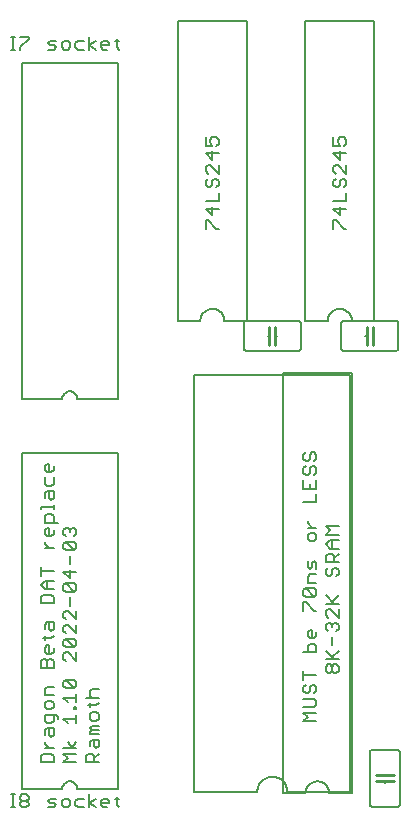
<source format=gto>
G75*
%MOIN*%
%OFA0B0*%
%FSLAX24Y24*%
%IPPOS*%
%LPD*%
%AMOC8*
5,1,8,0,0,1.08239X$1,22.5*
%
%ADD10C,0.0080*%
%ADD11C,0.0060*%
%ADD12C,0.0100*%
D10*
X001140Y000573D02*
X001280Y000573D01*
X001210Y000573D02*
X001210Y000994D01*
X001140Y000994D02*
X001280Y000994D01*
X001447Y000924D02*
X001447Y000854D01*
X001517Y000784D01*
X001657Y000784D01*
X001727Y000713D01*
X001727Y000643D01*
X001657Y000573D01*
X001517Y000573D01*
X001447Y000643D01*
X001447Y000713D01*
X001517Y000784D01*
X001657Y000784D02*
X001727Y000854D01*
X001727Y000924D01*
X001657Y000994D01*
X001517Y000994D01*
X001447Y000924D01*
X002140Y002073D02*
X002140Y002284D01*
X002210Y002354D01*
X002490Y002354D01*
X002560Y002284D01*
X002560Y002073D01*
X002140Y002073D01*
X002280Y002534D02*
X002560Y002534D01*
X002420Y002534D02*
X002280Y002674D01*
X002280Y002744D01*
X002280Y002987D02*
X002280Y003128D01*
X002350Y003198D01*
X002560Y003198D01*
X002560Y002987D01*
X002490Y002917D01*
X002420Y002987D01*
X002420Y003198D01*
X002350Y003378D02*
X002490Y003378D01*
X002560Y003448D01*
X002560Y003658D01*
X002630Y003658D02*
X002280Y003658D01*
X002280Y003448D01*
X002350Y003378D01*
X002700Y003518D02*
X002700Y003588D01*
X002630Y003658D01*
X002490Y003838D02*
X002560Y003908D01*
X002560Y004048D01*
X002490Y004118D01*
X002350Y004118D01*
X002280Y004048D01*
X002280Y003908D01*
X002350Y003838D01*
X002490Y003838D01*
X002560Y004299D02*
X002280Y004299D01*
X002280Y004509D01*
X002350Y004579D01*
X002560Y004579D01*
X002890Y004599D02*
X002890Y004739D01*
X002960Y004809D01*
X003240Y004529D01*
X003310Y004599D01*
X003310Y004739D01*
X003240Y004809D01*
X002960Y004809D01*
X002890Y004599D02*
X002960Y004529D01*
X003240Y004529D01*
X003310Y004349D02*
X003310Y004068D01*
X003310Y004208D02*
X002890Y004208D01*
X003030Y004068D01*
X003240Y003908D02*
X003310Y003908D01*
X003310Y003838D01*
X003240Y003838D01*
X003240Y003908D01*
X003310Y003658D02*
X003310Y003378D01*
X003310Y003518D02*
X002890Y003518D01*
X003030Y003378D01*
X003030Y002744D02*
X003170Y002534D01*
X003310Y002744D01*
X003310Y002534D02*
X002890Y002534D01*
X002890Y002354D02*
X003310Y002354D01*
X003310Y002073D02*
X002890Y002073D01*
X003030Y002213D01*
X002890Y002354D01*
X003640Y002284D02*
X003640Y002073D01*
X004060Y002073D01*
X003920Y002073D02*
X003920Y002284D01*
X003850Y002354D01*
X003710Y002354D01*
X003640Y002284D01*
X003780Y002604D02*
X003780Y002744D01*
X003850Y002814D01*
X004060Y002814D01*
X004060Y002604D01*
X003990Y002534D01*
X003920Y002604D01*
X003920Y002814D01*
X004060Y002994D02*
X003780Y002994D01*
X003780Y003064D01*
X003850Y003134D01*
X003780Y003204D01*
X003850Y003274D01*
X004060Y003274D01*
X004060Y003134D02*
X003850Y003134D01*
X003850Y003455D02*
X003780Y003525D01*
X003780Y003665D01*
X003850Y003735D01*
X003990Y003735D01*
X004060Y003665D01*
X004060Y003525D01*
X003990Y003455D01*
X003850Y003455D01*
X003780Y003915D02*
X003780Y004055D01*
X003710Y003985D02*
X003990Y003985D01*
X004060Y004055D01*
X004060Y004222D02*
X003640Y004222D01*
X003780Y004292D02*
X003780Y004432D01*
X003850Y004502D01*
X004060Y004502D01*
X003850Y004222D02*
X003780Y004292D01*
X003310Y005450D02*
X003030Y005730D01*
X002960Y005730D01*
X002890Y005660D01*
X002890Y005520D01*
X002960Y005450D01*
X003310Y005450D02*
X003310Y005730D01*
X003240Y005910D02*
X002960Y006190D01*
X003240Y006190D01*
X003310Y006120D01*
X003310Y005980D01*
X003240Y005910D01*
X002960Y005910D01*
X002890Y005980D01*
X002890Y006120D01*
X002960Y006190D01*
X002960Y006370D02*
X002890Y006440D01*
X002890Y006581D01*
X002960Y006651D01*
X003030Y006651D01*
X003310Y006370D01*
X003310Y006651D01*
X003310Y006831D02*
X003030Y007111D01*
X002960Y007111D01*
X002890Y007041D01*
X002890Y006901D01*
X002960Y006831D01*
X003100Y007291D02*
X003100Y007571D01*
X003240Y007752D02*
X002960Y007752D01*
X002890Y007822D01*
X002890Y007962D01*
X002960Y008032D01*
X003240Y007752D01*
X003310Y007822D01*
X003310Y007962D01*
X003240Y008032D01*
X002960Y008032D01*
X003100Y008212D02*
X002890Y008422D01*
X003310Y008422D01*
X003100Y008492D02*
X003100Y008212D01*
X003100Y008672D02*
X003100Y008953D01*
X003240Y009133D02*
X002960Y009133D01*
X002890Y009203D01*
X002890Y009343D01*
X002960Y009413D01*
X003240Y009133D01*
X003310Y009203D01*
X003310Y009343D01*
X003240Y009413D01*
X002960Y009413D01*
X002960Y009593D02*
X002890Y009663D01*
X002890Y009803D01*
X002960Y009873D01*
X003030Y009873D01*
X003100Y009803D01*
X003170Y009873D01*
X003240Y009873D01*
X003310Y009803D01*
X003310Y009663D01*
X003240Y009593D01*
X003100Y009733D02*
X003100Y009803D01*
X002700Y010053D02*
X002280Y010053D01*
X002280Y010264D01*
X002350Y010334D01*
X002490Y010334D01*
X002560Y010264D01*
X002560Y010053D01*
X002420Y009873D02*
X002420Y009593D01*
X002490Y009593D02*
X002350Y009593D01*
X002280Y009663D01*
X002280Y009803D01*
X002350Y009873D01*
X002420Y009873D01*
X002560Y009803D02*
X002560Y009663D01*
X002490Y009593D01*
X002280Y009420D02*
X002280Y009350D01*
X002420Y009209D01*
X002560Y009209D02*
X002280Y009209D01*
X002140Y008569D02*
X002140Y008289D01*
X002140Y008429D02*
X002560Y008429D01*
X002560Y008108D02*
X002280Y008108D01*
X002140Y007968D01*
X002280Y007828D01*
X002560Y007828D01*
X002490Y007648D02*
X002210Y007648D01*
X002140Y007578D01*
X002140Y007368D01*
X002560Y007368D01*
X002560Y007578D01*
X002490Y007648D01*
X002350Y007828D02*
X002350Y008108D01*
X002350Y006727D02*
X002560Y006727D01*
X002560Y006517D01*
X002490Y006447D01*
X002420Y006517D01*
X002420Y006727D01*
X002350Y006727D02*
X002280Y006657D01*
X002280Y006517D01*
X002280Y006280D02*
X002280Y006140D01*
X002210Y006210D02*
X002490Y006210D01*
X002560Y006280D01*
X002420Y005960D02*
X002420Y005680D01*
X002490Y005680D02*
X002350Y005680D01*
X002280Y005750D01*
X002280Y005890D01*
X002350Y005960D01*
X002420Y005960D01*
X002560Y005890D02*
X002560Y005750D01*
X002490Y005680D01*
X002490Y005500D02*
X002560Y005430D01*
X002560Y005219D01*
X002140Y005219D01*
X002140Y005430D01*
X002210Y005500D01*
X002280Y005500D01*
X002350Y005430D01*
X002350Y005219D01*
X002350Y005430D02*
X002420Y005500D01*
X002490Y005500D01*
X003310Y006831D02*
X003310Y007111D01*
X002560Y010514D02*
X002560Y010654D01*
X002560Y010584D02*
X002140Y010584D01*
X002140Y010514D01*
X002280Y010891D02*
X002280Y011031D01*
X002350Y011101D01*
X002560Y011101D01*
X002560Y010891D01*
X002490Y010821D01*
X002420Y010891D01*
X002420Y011101D01*
X002350Y011281D02*
X002490Y011281D01*
X002560Y011351D01*
X002560Y011561D01*
X002490Y011742D02*
X002350Y011742D01*
X002280Y011812D01*
X002280Y011952D01*
X002350Y012022D01*
X002420Y012022D01*
X002420Y011742D01*
X002490Y011742D02*
X002560Y011812D01*
X002560Y011952D01*
X002280Y011561D02*
X002280Y011351D01*
X002350Y011281D01*
X004060Y002354D02*
X003920Y002213D01*
X003749Y000994D02*
X003749Y000573D01*
X003749Y000713D02*
X003959Y000854D01*
X004133Y000784D02*
X004203Y000854D01*
X004343Y000854D01*
X004413Y000784D01*
X004413Y000713D01*
X004133Y000713D01*
X004133Y000643D02*
X004133Y000784D01*
X004133Y000643D02*
X004203Y000573D01*
X004343Y000573D01*
X004663Y000643D02*
X004733Y000573D01*
X004663Y000643D02*
X004663Y000924D01*
X004593Y000854D02*
X004733Y000854D01*
X003959Y000573D02*
X003749Y000713D01*
X003569Y000573D02*
X003359Y000573D01*
X003288Y000643D01*
X003288Y000784D01*
X003359Y000854D01*
X003569Y000854D01*
X003108Y000784D02*
X003038Y000854D01*
X002898Y000854D01*
X002828Y000784D01*
X002828Y000643D01*
X002898Y000573D01*
X003038Y000573D01*
X003108Y000643D01*
X003108Y000784D01*
X002648Y000854D02*
X002438Y000854D01*
X002368Y000784D01*
X002438Y000713D01*
X002578Y000713D01*
X002648Y000643D01*
X002578Y000573D01*
X002368Y000573D01*
X010890Y003442D02*
X011030Y003582D01*
X010890Y003722D01*
X011310Y003722D01*
X011240Y003903D02*
X011310Y003973D01*
X011310Y004113D01*
X011240Y004183D01*
X010890Y004183D01*
X010960Y004363D02*
X010890Y004433D01*
X010890Y004573D01*
X010960Y004643D01*
X011100Y004573D02*
X011170Y004643D01*
X011240Y004643D01*
X011310Y004573D01*
X011310Y004433D01*
X011240Y004363D01*
X011100Y004433D02*
X011100Y004573D01*
X011100Y004433D02*
X011030Y004363D01*
X010960Y004363D01*
X010890Y004823D02*
X010890Y005104D01*
X010890Y004963D02*
X011310Y004963D01*
X011640Y005119D02*
X011640Y005259D01*
X011710Y005329D01*
X011780Y005329D01*
X011850Y005259D01*
X011850Y005119D01*
X011780Y005049D01*
X011710Y005049D01*
X011640Y005119D01*
X011850Y005119D02*
X011920Y005049D01*
X011990Y005049D01*
X012060Y005119D01*
X012060Y005259D01*
X011990Y005329D01*
X011920Y005329D01*
X011850Y005259D01*
X011920Y005509D02*
X011640Y005789D01*
X011640Y005509D02*
X012060Y005509D01*
X011850Y005579D02*
X012060Y005789D01*
X011850Y005969D02*
X011850Y006250D01*
X011990Y006430D02*
X012060Y006500D01*
X012060Y006640D01*
X011990Y006710D01*
X011920Y006710D01*
X011850Y006640D01*
X011850Y006570D01*
X011850Y006640D02*
X011780Y006710D01*
X011710Y006710D01*
X011640Y006640D01*
X011640Y006500D01*
X011710Y006430D01*
X011710Y006890D02*
X011640Y006960D01*
X011640Y007100D01*
X011710Y007170D01*
X011780Y007170D01*
X012060Y006890D01*
X012060Y007170D01*
X012060Y007351D02*
X011640Y007351D01*
X011920Y007351D02*
X011640Y007631D01*
X011850Y007421D02*
X012060Y007631D01*
X011990Y008271D02*
X012060Y008341D01*
X012060Y008482D01*
X011990Y008552D01*
X011920Y008552D01*
X011850Y008482D01*
X011850Y008341D01*
X011780Y008271D01*
X011710Y008271D01*
X011640Y008341D01*
X011640Y008482D01*
X011710Y008552D01*
X011640Y008732D02*
X011640Y008942D01*
X011710Y009012D01*
X011850Y009012D01*
X011920Y008942D01*
X011920Y008732D01*
X011920Y008872D02*
X012060Y009012D01*
X012060Y009192D02*
X011780Y009192D01*
X011640Y009332D01*
X011780Y009472D01*
X012060Y009472D01*
X012060Y009653D02*
X011640Y009653D01*
X011780Y009793D01*
X011640Y009933D01*
X012060Y009933D01*
X011850Y009472D02*
X011850Y009192D01*
X012060Y008732D02*
X011640Y008732D01*
X011310Y008717D02*
X011240Y008787D01*
X011170Y008717D01*
X011170Y008577D01*
X011100Y008507D01*
X011030Y008577D01*
X011030Y008787D01*
X011310Y008717D02*
X011310Y008507D01*
X011310Y008326D02*
X011100Y008326D01*
X011030Y008256D01*
X011030Y008046D01*
X011310Y008046D01*
X011240Y007866D02*
X011310Y007796D01*
X011310Y007656D01*
X011240Y007586D01*
X010960Y007866D01*
X011240Y007866D01*
X011240Y007586D02*
X010960Y007586D01*
X010890Y007656D01*
X010890Y007796D01*
X010960Y007866D01*
X010960Y007406D02*
X010890Y007406D01*
X010890Y007125D01*
X010960Y007406D02*
X011240Y007125D01*
X011310Y007125D01*
X011170Y006485D02*
X011170Y006205D01*
X011240Y006205D02*
X011100Y006205D01*
X011030Y006275D01*
X011030Y006415D01*
X011100Y006485D01*
X011170Y006485D01*
X011310Y006415D02*
X011310Y006275D01*
X011240Y006205D01*
X011240Y006024D02*
X011100Y006024D01*
X011030Y005954D01*
X011030Y005744D01*
X010890Y005744D02*
X011310Y005744D01*
X011310Y005954D01*
X011240Y006024D01*
X011240Y003903D02*
X010890Y003903D01*
X010890Y003442D02*
X011310Y003442D01*
X011240Y009427D02*
X011310Y009497D01*
X011310Y009637D01*
X011240Y009708D01*
X011100Y009708D01*
X011030Y009637D01*
X011030Y009497D01*
X011100Y009427D01*
X011240Y009427D01*
X011310Y009888D02*
X011030Y009888D01*
X011030Y010028D02*
X011030Y010098D01*
X011030Y010028D02*
X011170Y009888D01*
X011310Y010732D02*
X010890Y010732D01*
X010890Y011192D02*
X011310Y011192D01*
X011310Y011472D01*
X011240Y011653D02*
X011310Y011723D01*
X011310Y011863D01*
X011240Y011933D01*
X011170Y011933D01*
X011100Y011863D01*
X011100Y011723D01*
X011030Y011653D01*
X010960Y011653D01*
X010890Y011723D01*
X010890Y011863D01*
X010960Y011933D01*
X010960Y012113D02*
X010890Y012183D01*
X010890Y012323D01*
X010960Y012393D01*
X011100Y012323D02*
X011100Y012183D01*
X011030Y012113D01*
X010960Y012113D01*
X011100Y012323D02*
X011170Y012393D01*
X011240Y012393D01*
X011310Y012323D01*
X011310Y012183D01*
X011240Y012113D01*
X010890Y011472D02*
X010890Y011192D01*
X011100Y011192D02*
X011100Y011332D01*
X011310Y011012D02*
X011310Y010732D01*
X011890Y019851D02*
X011890Y020131D01*
X011960Y020131D01*
X012240Y019851D01*
X012310Y019851D01*
X012100Y020311D02*
X012100Y020591D01*
X012310Y020521D02*
X011890Y020521D01*
X012100Y020311D01*
X011890Y020771D02*
X012310Y020771D01*
X012310Y021052D01*
X012240Y021232D02*
X012310Y021302D01*
X012310Y021442D01*
X012240Y021512D01*
X012170Y021512D01*
X012100Y021442D01*
X012100Y021302D01*
X012030Y021232D01*
X011960Y021232D01*
X011890Y021302D01*
X011890Y021442D01*
X011960Y021512D01*
X011960Y021692D02*
X011890Y021762D01*
X011890Y021902D01*
X011960Y021972D01*
X012030Y021972D01*
X012310Y021692D01*
X012310Y021972D01*
X012100Y022153D02*
X012100Y022433D01*
X012100Y022613D02*
X012030Y022753D01*
X012030Y022823D01*
X012100Y022893D01*
X012240Y022893D01*
X012310Y022823D01*
X012310Y022683D01*
X012240Y022613D01*
X012100Y022613D02*
X011890Y022613D01*
X011890Y022893D01*
X011890Y022363D02*
X012100Y022153D01*
X012310Y022363D02*
X011890Y022363D01*
X008060Y022363D02*
X007640Y022363D01*
X007850Y022153D01*
X007850Y022433D01*
X007850Y022613D02*
X007780Y022753D01*
X007780Y022823D01*
X007850Y022893D01*
X007990Y022893D01*
X008060Y022823D01*
X008060Y022683D01*
X007990Y022613D01*
X007850Y022613D02*
X007640Y022613D01*
X007640Y022893D01*
X007710Y021972D02*
X007640Y021902D01*
X007640Y021762D01*
X007710Y021692D01*
X007710Y021512D02*
X007640Y021442D01*
X007640Y021302D01*
X007710Y021232D01*
X007780Y021232D01*
X007850Y021302D01*
X007850Y021442D01*
X007920Y021512D01*
X007990Y021512D01*
X008060Y021442D01*
X008060Y021302D01*
X007990Y021232D01*
X008060Y021052D02*
X008060Y020771D01*
X007640Y020771D01*
X007640Y020521D02*
X007850Y020311D01*
X007850Y020591D01*
X008060Y020521D02*
X007640Y020521D01*
X007640Y020131D02*
X007710Y020131D01*
X007990Y019851D01*
X008060Y019851D01*
X007640Y019851D02*
X007640Y020131D01*
X008060Y021692D02*
X007780Y021972D01*
X007710Y021972D01*
X008060Y021972D02*
X008060Y021692D01*
X004733Y025823D02*
X004663Y025893D01*
X004663Y026174D01*
X004593Y026104D02*
X004733Y026104D01*
X004413Y026034D02*
X004413Y025963D01*
X004133Y025963D01*
X004133Y025893D02*
X004133Y026034D01*
X004203Y026104D01*
X004343Y026104D01*
X004413Y026034D01*
X004343Y025823D02*
X004203Y025823D01*
X004133Y025893D01*
X003959Y025823D02*
X003749Y025963D01*
X003959Y026104D01*
X003749Y026244D02*
X003749Y025823D01*
X003569Y025823D02*
X003359Y025823D01*
X003288Y025893D01*
X003288Y026034D01*
X003359Y026104D01*
X003569Y026104D01*
X003108Y026034D02*
X003038Y026104D01*
X002898Y026104D01*
X002828Y026034D01*
X002828Y025893D01*
X002898Y025823D01*
X003038Y025823D01*
X003108Y025893D01*
X003108Y026034D01*
X002648Y026104D02*
X002438Y026104D01*
X002368Y026034D01*
X002438Y025963D01*
X002578Y025963D01*
X002648Y025893D01*
X002578Y025823D01*
X002368Y025823D01*
X001727Y026174D02*
X001447Y025893D01*
X001447Y025823D01*
X001280Y025823D02*
X001140Y025823D01*
X001210Y025823D02*
X001210Y026244D01*
X001140Y026244D02*
X001280Y026244D01*
X001447Y026244D02*
X001727Y026244D01*
X001727Y026174D01*
D11*
X001500Y025383D02*
X001500Y014183D01*
X002850Y014183D01*
X002852Y014213D01*
X002857Y014243D01*
X002866Y014272D01*
X002879Y014299D01*
X002894Y014325D01*
X002913Y014349D01*
X002934Y014370D01*
X002958Y014389D01*
X002984Y014404D01*
X003011Y014417D01*
X003040Y014426D01*
X003070Y014431D01*
X003100Y014433D01*
X003130Y014431D01*
X003160Y014426D01*
X003189Y014417D01*
X003216Y014404D01*
X003242Y014389D01*
X003266Y014370D01*
X003287Y014349D01*
X003306Y014325D01*
X003321Y014299D01*
X003334Y014272D01*
X003343Y014243D01*
X003348Y014213D01*
X003350Y014183D01*
X004700Y014183D01*
X004700Y025383D01*
X001500Y025383D01*
X006700Y026783D02*
X006700Y016783D01*
X007450Y016783D01*
X007452Y016822D01*
X007458Y016861D01*
X007467Y016899D01*
X007480Y016936D01*
X007497Y016972D01*
X007517Y017005D01*
X007541Y017037D01*
X007567Y017066D01*
X007596Y017092D01*
X007628Y017116D01*
X007661Y017136D01*
X007697Y017153D01*
X007734Y017166D01*
X007772Y017175D01*
X007811Y017181D01*
X007850Y017183D01*
X007889Y017181D01*
X007928Y017175D01*
X007966Y017166D01*
X008003Y017153D01*
X008039Y017136D01*
X008072Y017116D01*
X008104Y017092D01*
X008133Y017066D01*
X008159Y017037D01*
X008183Y017005D01*
X008203Y016972D01*
X008220Y016936D01*
X008233Y016899D01*
X008242Y016861D01*
X008248Y016822D01*
X008250Y016783D01*
X009000Y016783D01*
X009000Y026783D01*
X006700Y026783D01*
X010950Y026783D02*
X013250Y026783D01*
X013250Y016783D01*
X012500Y016783D01*
X012250Y016783D02*
X013950Y016783D01*
X013967Y016781D01*
X013984Y016777D01*
X014000Y016770D01*
X014014Y016760D01*
X014027Y016747D01*
X014037Y016733D01*
X014044Y016717D01*
X014048Y016700D01*
X014050Y016683D01*
X014050Y015883D01*
X014048Y015866D01*
X014044Y015849D01*
X014037Y015833D01*
X014027Y015819D01*
X014014Y015806D01*
X014000Y015796D01*
X013984Y015789D01*
X013967Y015785D01*
X013950Y015783D01*
X012250Y015783D01*
X012233Y015785D01*
X012216Y015789D01*
X012200Y015796D01*
X012186Y015806D01*
X012173Y015819D01*
X012163Y015833D01*
X012156Y015849D01*
X012152Y015866D01*
X012150Y015883D01*
X012150Y016683D01*
X012152Y016700D01*
X012156Y016717D01*
X012163Y016733D01*
X012173Y016747D01*
X012186Y016760D01*
X012200Y016770D01*
X012216Y016777D01*
X012233Y016781D01*
X012250Y016783D01*
X012500Y016783D02*
X012498Y016822D01*
X012492Y016861D01*
X012483Y016899D01*
X012470Y016936D01*
X012453Y016972D01*
X012433Y017005D01*
X012409Y017037D01*
X012383Y017066D01*
X012354Y017092D01*
X012322Y017116D01*
X012289Y017136D01*
X012253Y017153D01*
X012216Y017166D01*
X012178Y017175D01*
X012139Y017181D01*
X012100Y017183D01*
X012061Y017181D01*
X012022Y017175D01*
X011984Y017166D01*
X011947Y017153D01*
X011911Y017136D01*
X011878Y017116D01*
X011846Y017092D01*
X011817Y017066D01*
X011791Y017037D01*
X011767Y017005D01*
X011747Y016972D01*
X011730Y016936D01*
X011717Y016899D01*
X011708Y016861D01*
X011702Y016822D01*
X011700Y016783D01*
X010950Y016783D01*
X010950Y026783D01*
X010700Y016783D02*
X009000Y016783D01*
X008983Y016781D01*
X008966Y016777D01*
X008950Y016770D01*
X008936Y016760D01*
X008923Y016747D01*
X008913Y016733D01*
X008906Y016717D01*
X008902Y016700D01*
X008900Y016683D01*
X008900Y015883D01*
X008902Y015866D01*
X008906Y015849D01*
X008913Y015833D01*
X008923Y015819D01*
X008936Y015806D01*
X008950Y015796D01*
X008966Y015789D01*
X008983Y015785D01*
X009000Y015783D01*
X010700Y015783D01*
X010717Y015785D01*
X010734Y015789D01*
X010750Y015796D01*
X010764Y015806D01*
X010777Y015819D01*
X010787Y015833D01*
X010794Y015849D01*
X010798Y015866D01*
X010800Y015883D01*
X010800Y016683D01*
X010798Y016700D01*
X010794Y016717D01*
X010787Y016733D01*
X010777Y016747D01*
X010764Y016760D01*
X010750Y016770D01*
X010734Y016777D01*
X010717Y016781D01*
X010700Y016783D01*
X010000Y016283D02*
X009950Y016283D01*
X009750Y016283D02*
X009700Y016283D01*
X010200Y015033D02*
X012500Y015033D01*
X012500Y001033D01*
X011750Y001033D01*
X011748Y001072D01*
X011742Y001111D01*
X011733Y001149D01*
X011720Y001186D01*
X011703Y001222D01*
X011683Y001255D01*
X011659Y001287D01*
X011633Y001316D01*
X011604Y001342D01*
X011572Y001366D01*
X011539Y001386D01*
X011503Y001403D01*
X011466Y001416D01*
X011428Y001425D01*
X011389Y001431D01*
X011350Y001433D01*
X011311Y001431D01*
X011272Y001425D01*
X011234Y001416D01*
X011197Y001403D01*
X011161Y001386D01*
X011128Y001366D01*
X011096Y001342D01*
X011067Y001316D01*
X011041Y001287D01*
X011017Y001255D01*
X010997Y001222D01*
X010980Y001186D01*
X010967Y001149D01*
X010958Y001111D01*
X010952Y001072D01*
X010950Y001033D01*
X010200Y001033D01*
X010200Y015033D01*
X012450Y014983D02*
X012450Y001083D01*
X010350Y001083D01*
X010348Y001127D01*
X010342Y001170D01*
X010333Y001212D01*
X010320Y001254D01*
X010303Y001294D01*
X010283Y001333D01*
X010260Y001370D01*
X010233Y001404D01*
X010204Y001437D01*
X010171Y001466D01*
X010137Y001493D01*
X010100Y001516D01*
X010061Y001536D01*
X010021Y001553D01*
X009979Y001566D01*
X009937Y001575D01*
X009894Y001581D01*
X009850Y001583D01*
X009806Y001581D01*
X009763Y001575D01*
X009721Y001566D01*
X009679Y001553D01*
X009639Y001536D01*
X009600Y001516D01*
X009563Y001493D01*
X009529Y001466D01*
X009496Y001437D01*
X009467Y001404D01*
X009440Y001370D01*
X009417Y001333D01*
X009397Y001294D01*
X009380Y001254D01*
X009367Y001212D01*
X009358Y001170D01*
X009352Y001127D01*
X009350Y001083D01*
X007250Y001083D01*
X007250Y014983D01*
X012450Y014983D01*
X012950Y016283D02*
X013000Y016283D01*
X013200Y016283D02*
X013250Y016283D01*
X013200Y002483D02*
X014000Y002483D01*
X014017Y002481D01*
X014034Y002477D01*
X014050Y002470D01*
X014064Y002460D01*
X014077Y002447D01*
X014087Y002433D01*
X014094Y002417D01*
X014098Y002400D01*
X014100Y002383D01*
X014100Y000683D01*
X014098Y000666D01*
X014094Y000649D01*
X014087Y000633D01*
X014077Y000619D01*
X014064Y000606D01*
X014050Y000596D01*
X014034Y000589D01*
X014017Y000585D01*
X014000Y000583D01*
X013200Y000583D01*
X013183Y000585D01*
X013166Y000589D01*
X013150Y000596D01*
X013136Y000606D01*
X013123Y000619D01*
X013113Y000633D01*
X013106Y000649D01*
X013102Y000666D01*
X013100Y000683D01*
X013100Y002383D01*
X013102Y002400D01*
X013106Y002417D01*
X013113Y002433D01*
X013123Y002447D01*
X013136Y002460D01*
X013150Y002470D01*
X013166Y002477D01*
X013183Y002481D01*
X013200Y002483D01*
X013600Y001683D02*
X013600Y001633D01*
X013600Y001433D02*
X013600Y001383D01*
X004700Y001183D02*
X004700Y012383D01*
X001500Y012383D01*
X001500Y001183D01*
X002850Y001183D01*
X002852Y001213D01*
X002857Y001243D01*
X002866Y001272D01*
X002879Y001299D01*
X002894Y001325D01*
X002913Y001349D01*
X002934Y001370D01*
X002958Y001389D01*
X002984Y001404D01*
X003011Y001417D01*
X003040Y001426D01*
X003070Y001431D01*
X003100Y001433D01*
X003130Y001431D01*
X003160Y001426D01*
X003189Y001417D01*
X003216Y001404D01*
X003242Y001389D01*
X003266Y001370D01*
X003287Y001349D01*
X003306Y001325D01*
X003321Y001299D01*
X003334Y001272D01*
X003343Y001243D01*
X003348Y001213D01*
X003350Y001183D01*
X004700Y001183D01*
D12*
X009750Y015983D02*
X009750Y016283D01*
X009750Y016583D01*
X009950Y016583D02*
X009950Y016283D01*
X009950Y015983D01*
X013000Y015983D02*
X013000Y016283D01*
X013000Y016583D01*
X013200Y016583D02*
X013200Y016283D01*
X013200Y015983D01*
X013300Y001633D02*
X013600Y001633D01*
X013900Y001633D01*
X013900Y001433D02*
X013600Y001433D01*
X013300Y001433D01*
M02*

</source>
